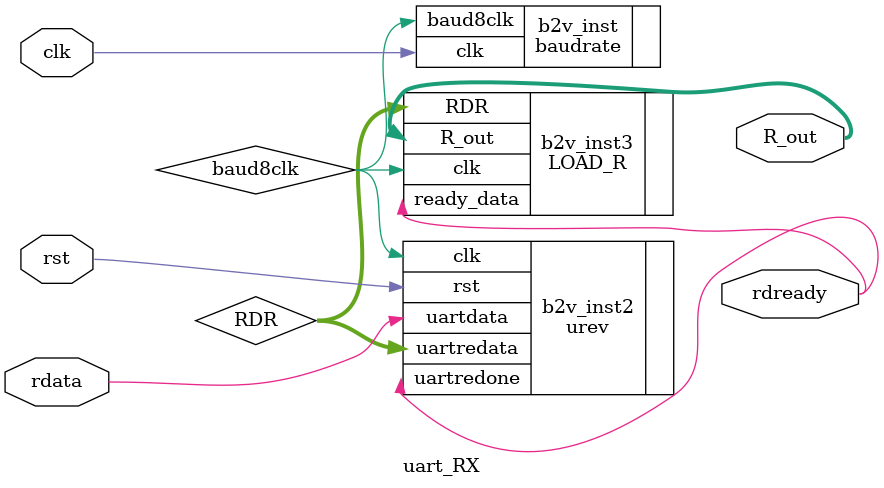
<source format=v>

module uart_RX(clk,rdata,rst ,R_out,rdready);

//parameter divvalue = 325; //for the baudrate of 9600 bit per second

parameter divvalue = 27; 
input	clk;
input	rdata;
input	rst;

output[7:0] R_out;
wire	baud8clk;

wire	[7:0] RDR;
output	rdready;


baudrate	b2v_inst(.clk(clk),.baud8clk(baud8clk));
defparam	b2v_inst.divvalue = divvalue;


urev	b2v_inst2(.clk(baud8clk),.rst(rst),.uartdata(rdata),.uartredone(rdready),.uartredata(RDR));

LOAD_R	b2v_inst3(.ready_data(rdready),.clk(baud8clk),.RDR(RDR),.R_out(R_out));

endmodule

</source>
